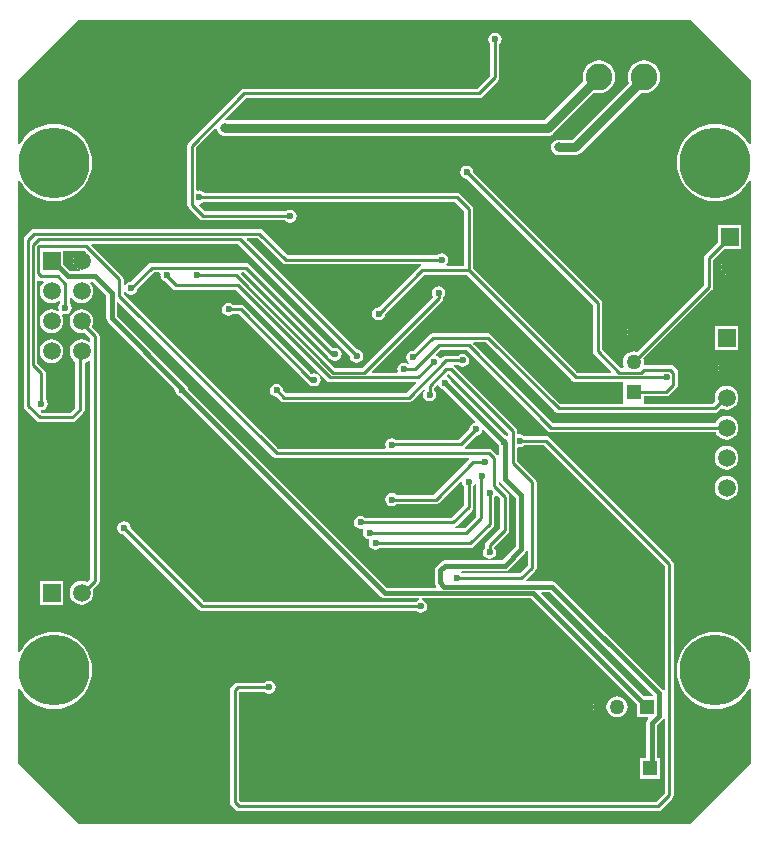
<source format=gbl>
G04 Layer_Physical_Order=2*
G04 Layer_Color=16711680*
%FSLAX25Y25*%
%MOIN*%
G70*
G01*
G75*
%ADD33C,0.01500*%
%ADD34C,0.01000*%
%ADD35C,0.03150*%
%ADD36C,0.04756*%
%ADD37R,0.04756X0.04756*%
%ADD38C,0.08858*%
%ADD39C,0.05905*%
%ADD40R,0.05905X0.05905*%
%ADD41R,0.05905X0.05905*%
%ADD42C,0.04992*%
%ADD43R,0.04992X0.04992*%
%ADD44R,0.04992X0.04992*%
%ADD45C,0.23622*%
%ADD46C,0.02362*%
%ADD47C,0.03150*%
G36*
X248029Y251855D02*
Y230615D01*
X247529Y230474D01*
X246617Y231963D01*
X245307Y233496D01*
X243774Y234806D01*
X242055Y235859D01*
X240192Y236631D01*
X238231Y237102D01*
X236221Y237260D01*
X234210Y237102D01*
X232249Y236631D01*
X230386Y235859D01*
X228667Y234806D01*
X227134Y233496D01*
X225824Y231963D01*
X224770Y230243D01*
X223999Y228380D01*
X223528Y226420D01*
X223370Y224409D01*
X223528Y222399D01*
X223999Y220438D01*
X224770Y218575D01*
X225824Y216856D01*
X227134Y215323D01*
X228667Y214013D01*
X230386Y212959D01*
X232249Y212188D01*
X234210Y211717D01*
X236221Y211559D01*
X238231Y211717D01*
X240192Y212188D01*
X242055Y212959D01*
X243774Y214013D01*
X245307Y215323D01*
X246617Y216856D01*
X247529Y218345D01*
X248029Y218204D01*
Y61324D01*
X247529Y61183D01*
X246617Y62672D01*
X245307Y64205D01*
X243774Y65515D01*
X242055Y66568D01*
X240192Y67340D01*
X238231Y67811D01*
X236221Y67969D01*
X234210Y67811D01*
X232249Y67340D01*
X230386Y66568D01*
X228667Y65515D01*
X227134Y64205D01*
X225824Y62672D01*
X224770Y60952D01*
X223999Y59089D01*
X223528Y57129D01*
X223370Y55118D01*
X223528Y53108D01*
X223999Y51147D01*
X224770Y49284D01*
X225824Y47565D01*
X227134Y46031D01*
X228667Y44722D01*
X230386Y43668D01*
X232249Y42897D01*
X234210Y42426D01*
X236221Y42268D01*
X238231Y42426D01*
X240192Y42897D01*
X242055Y43668D01*
X243774Y44722D01*
X245307Y46031D01*
X246617Y47565D01*
X247529Y49053D01*
X248029Y48912D01*
Y24145D01*
X227855Y3971D01*
X24145D01*
X3971Y24145D01*
Y48861D01*
X4471Y49002D01*
X5352Y47565D01*
X6661Y46031D01*
X8195Y44722D01*
X9914Y43668D01*
X11777Y42897D01*
X13738Y42426D01*
X15748Y42268D01*
X17758Y42426D01*
X19719Y42897D01*
X21582Y43668D01*
X23301Y44722D01*
X24835Y46031D01*
X26144Y47565D01*
X27198Y49284D01*
X27970Y51147D01*
X28440Y53108D01*
X28599Y55118D01*
X28440Y57129D01*
X27970Y59089D01*
X27198Y60952D01*
X26144Y62672D01*
X24835Y64205D01*
X23301Y65515D01*
X21582Y66568D01*
X19719Y67340D01*
X17758Y67811D01*
X15748Y67969D01*
X13738Y67811D01*
X11777Y67340D01*
X9914Y66568D01*
X8195Y65515D01*
X6661Y64205D01*
X5352Y62672D01*
X4471Y61234D01*
X3971Y61375D01*
Y218152D01*
X4471Y218293D01*
X5352Y216856D01*
X6661Y215323D01*
X8195Y214013D01*
X9914Y212959D01*
X11777Y212188D01*
X13738Y211717D01*
X15748Y211559D01*
X17758Y211717D01*
X19719Y212188D01*
X21582Y212959D01*
X23301Y214013D01*
X24835Y215323D01*
X26144Y216856D01*
X27198Y218575D01*
X27970Y220438D01*
X28440Y222399D01*
X28599Y224409D01*
X28440Y226420D01*
X27970Y228380D01*
X27198Y230243D01*
X26144Y231963D01*
X24835Y233496D01*
X23301Y234806D01*
X21582Y235859D01*
X19719Y236631D01*
X17758Y237102D01*
X15748Y237260D01*
X13738Y237102D01*
X11777Y236631D01*
X9914Y235859D01*
X8195Y234806D01*
X6661Y233496D01*
X5352Y231963D01*
X4471Y230526D01*
X3971Y230667D01*
Y251855D01*
X24145Y272029D01*
X227855D01*
X248029Y251855D01*
D02*
G37*
%LPC*%
G36*
X239500Y155500D02*
X237286D01*
X237315Y155280D01*
X237593Y154610D01*
X238034Y154034D01*
X238610Y153593D01*
X239281Y153315D01*
X239500Y153286D01*
Y155500D01*
D02*
G37*
G36*
X242714D02*
X240500D01*
Y153286D01*
X240720Y153315D01*
X241390Y153593D01*
X241966Y154034D01*
X242407Y154610D01*
X242685Y155280D01*
X242714Y155500D01*
D02*
G37*
G36*
X240000Y129987D02*
X238968Y129851D01*
X238007Y129453D01*
X237181Y128819D01*
X236547Y127993D01*
X236149Y127032D01*
X236013Y126000D01*
X236149Y124968D01*
X236547Y124007D01*
X237181Y123181D01*
X238007Y122547D01*
X238968Y122149D01*
X240000Y122013D01*
X241032Y122149D01*
X241993Y122547D01*
X242819Y123181D01*
X243453Y124007D01*
X243851Y124968D01*
X243987Y126000D01*
X243851Y127032D01*
X243453Y127993D01*
X242819Y128819D01*
X241993Y129453D01*
X241032Y129851D01*
X240000Y129987D01*
D02*
G37*
G36*
Y119987D02*
X238968Y119851D01*
X238007Y119453D01*
X237181Y118819D01*
X236547Y117993D01*
X236149Y117032D01*
X236013Y116000D01*
X236149Y114968D01*
X236547Y114007D01*
X237181Y113181D01*
X238007Y112547D01*
X238968Y112149D01*
X240000Y112013D01*
X241032Y112149D01*
X241993Y112547D01*
X242819Y113181D01*
X243453Y114007D01*
X243851Y114968D01*
X243987Y116000D01*
X243851Y117032D01*
X243453Y117993D01*
X242819Y118819D01*
X241993Y119453D01*
X241032Y119851D01*
X240000Y119987D01*
D02*
G37*
G36*
X239500Y158714D02*
X239281Y158685D01*
X238610Y158407D01*
X238034Y157966D01*
X237593Y157390D01*
X237315Y156720D01*
X237286Y156500D01*
X239500D01*
Y158714D01*
D02*
G37*
G36*
X243953Y169953D02*
X236047D01*
Y162047D01*
X243953D01*
Y169953D01*
D02*
G37*
G36*
X208500Y167500D02*
X206755D01*
X206834Y167103D01*
X207342Y166342D01*
X208103Y165834D01*
X208500Y165755D01*
Y167500D01*
D02*
G37*
G36*
X240500Y158714D02*
Y156500D01*
X242714D01*
X242685Y156720D01*
X242407Y157390D01*
X241966Y157966D01*
X241390Y158407D01*
X240720Y158685D01*
X240500Y158714D01*
D02*
G37*
G36*
X15000Y165487D02*
X13968Y165351D01*
X13007Y164953D01*
X12181Y164319D01*
X11547Y163493D01*
X11149Y162532D01*
X11013Y161500D01*
X11149Y160468D01*
X11547Y159507D01*
X12181Y158681D01*
X13007Y158047D01*
X13968Y157649D01*
X15000Y157513D01*
X16032Y157649D01*
X16993Y158047D01*
X17819Y158681D01*
X18453Y159507D01*
X18851Y160468D01*
X18987Y161500D01*
X18851Y162532D01*
X18453Y163493D01*
X17819Y164319D01*
X16993Y164953D01*
X16032Y165351D01*
X15000Y165487D01*
D02*
G37*
G36*
X18953Y84953D02*
X11047D01*
Y77047D01*
X18953D01*
Y84953D01*
D02*
G37*
G36*
X214000Y16687D02*
X213649Y16618D01*
X212928Y16136D01*
X212445Y15414D01*
X212376Y15063D01*
X214000D01*
Y16687D01*
D02*
G37*
G36*
X215000D02*
Y15063D01*
X216624D01*
X216555Y15414D01*
X216073Y16136D01*
X215351Y16618D01*
X215000Y16687D01*
D02*
G37*
G36*
X214000Y14063D02*
X212376D01*
X212445Y13712D01*
X212928Y12991D01*
X213649Y12508D01*
X214000Y12439D01*
Y14063D01*
D02*
G37*
G36*
X216624D02*
X215000D01*
Y12439D01*
X215351Y12508D01*
X216073Y12991D01*
X216555Y13712D01*
X216624Y14063D01*
D02*
G37*
G36*
X203500Y46526D02*
X202587Y46406D01*
X201737Y46054D01*
X201007Y45493D01*
X200446Y44763D01*
X200094Y43913D01*
X199974Y43000D01*
X200094Y42087D01*
X200446Y41237D01*
X201007Y40507D01*
X201737Y39946D01*
X202587Y39594D01*
X203500Y39474D01*
X204413Y39594D01*
X205263Y39946D01*
X205993Y40507D01*
X206554Y41237D01*
X206906Y42087D01*
X207026Y43000D01*
X206906Y43913D01*
X206554Y44763D01*
X205993Y45493D01*
X205263Y46054D01*
X204413Y46406D01*
X203500Y46526D01*
D02*
G37*
G36*
X193000Y45245D02*
X192603Y45166D01*
X191842Y44658D01*
X191334Y43897D01*
X191255Y43500D01*
X193000D01*
Y45245D01*
D02*
G37*
G36*
X194000D02*
Y43500D01*
X195745D01*
X195666Y43897D01*
X195158Y44658D01*
X194397Y45166D01*
X194000Y45245D01*
D02*
G37*
G36*
X193000Y42500D02*
X191255D01*
X191334Y42103D01*
X191842Y41342D01*
X192603Y40834D01*
X193000Y40755D01*
Y42500D01*
D02*
G37*
G36*
X195745D02*
X194000D01*
Y40755D01*
X194397Y40834D01*
X195158Y41342D01*
X195666Y42103D01*
X195745Y42500D01*
D02*
G37*
G36*
X211245Y167500D02*
X209500D01*
Y165755D01*
X209897Y165834D01*
X210658Y166342D01*
X211166Y167103D01*
X211245Y167500D01*
D02*
G37*
G36*
X240500Y192214D02*
X240281Y192185D01*
X239610Y191907D01*
X239034Y191466D01*
X238593Y190890D01*
X238315Y190219D01*
X238286Y190000D01*
X240500D01*
Y192214D01*
D02*
G37*
G36*
X243714Y189000D02*
X241500D01*
Y186786D01*
X241720Y186815D01*
X242390Y187093D01*
X242966Y187534D01*
X243407Y188110D01*
X243685Y188780D01*
X243714Y189000D01*
D02*
G37*
G36*
X240500D02*
X238286D01*
X238315Y188780D01*
X238593Y188110D01*
X239034Y187534D01*
X239610Y187093D01*
X240281Y186815D01*
X240500Y186786D01*
Y189000D01*
D02*
G37*
G36*
X212500Y258476D02*
X211083Y258289D01*
X209762Y257742D01*
X208628Y256872D01*
X207758Y255738D01*
X207211Y254417D01*
X207024Y253000D01*
X207211Y251583D01*
X207416Y251088D01*
X188424Y232097D01*
X184000D01*
X183328Y232009D01*
X182702Y231749D01*
X182164Y231336D01*
X181751Y230799D01*
X181491Y230172D01*
X181403Y229500D01*
X181491Y228828D01*
X181751Y228202D01*
X182164Y227664D01*
X182702Y227251D01*
X183328Y226992D01*
X184000Y226903D01*
X189500D01*
X190172Y226992D01*
X190798Y227251D01*
X191336Y227664D01*
X211348Y247676D01*
X212500Y247524D01*
X213917Y247711D01*
X215238Y248258D01*
X216372Y249128D01*
X217242Y250262D01*
X217789Y251583D01*
X217976Y253000D01*
X217789Y254417D01*
X217242Y255738D01*
X216372Y256872D01*
X215238Y257742D01*
X213917Y258289D01*
X212500Y258476D01*
D02*
G37*
G36*
X162800Y267724D02*
X161949Y267555D01*
X161228Y267073D01*
X160746Y266351D01*
X160576Y265500D01*
X160746Y264649D01*
X161228Y263928D01*
X161271Y263899D01*
Y253433D01*
X156867Y249029D01*
X79200D01*
X78615Y248913D01*
X78119Y248581D01*
X60719Y231181D01*
X60387Y230685D01*
X60271Y230100D01*
Y210400D01*
X60387Y209815D01*
X60719Y209319D01*
X64419Y205619D01*
X64915Y205287D01*
X65500Y205171D01*
X92765D01*
X92927Y204927D01*
X93649Y204446D01*
X94500Y204276D01*
X95351Y204446D01*
X96073Y204927D01*
X96554Y205649D01*
X96724Y206500D01*
X96554Y207351D01*
X96073Y208072D01*
X95351Y208555D01*
X94500Y208724D01*
X93649Y208555D01*
X93162Y208229D01*
X66133D01*
X64172Y210191D01*
X64345Y210725D01*
X64951Y210845D01*
X65672Y211328D01*
X65701Y211371D01*
X149366D01*
X152471Y208266D01*
Y190029D01*
X146808D01*
X146641Y190529D01*
X147055Y191149D01*
X147224Y192000D01*
X147055Y192851D01*
X146572Y193572D01*
X145851Y194054D01*
X145000Y194224D01*
X144149Y194054D01*
X143428Y193572D01*
X143399Y193529D01*
X93634D01*
X85381Y201781D01*
X84885Y202113D01*
X84300Y202229D01*
X9200D01*
X8615Y202113D01*
X8119Y201781D01*
X6119Y199781D01*
X5787Y199285D01*
X5671Y198700D01*
Y143300D01*
X5787Y142715D01*
X6119Y142219D01*
X9919Y138419D01*
X10415Y138087D01*
X11000Y137971D01*
X21900D01*
X22485Y138087D01*
X22981Y138419D01*
X25581Y141019D01*
X25913Y141515D01*
X26029Y142100D01*
Y157649D01*
X26032Y157649D01*
X26993Y158047D01*
X27471Y158413D01*
X27971Y158167D01*
Y85633D01*
X26849Y84512D01*
X26032Y84851D01*
X25000Y84987D01*
X23968Y84851D01*
X23007Y84453D01*
X22181Y83819D01*
X21547Y82993D01*
X21149Y82032D01*
X21013Y81000D01*
X21149Y79968D01*
X21547Y79007D01*
X22181Y78181D01*
X23007Y77547D01*
X23968Y77149D01*
X25000Y77013D01*
X26032Y77149D01*
X26993Y77547D01*
X27819Y78181D01*
X28453Y79007D01*
X28851Y79968D01*
X28987Y81000D01*
X28851Y82032D01*
X28805Y82142D01*
X30581Y83919D01*
X30913Y84415D01*
X31029Y85000D01*
Y166500D01*
X30913Y167085D01*
X30581Y167581D01*
X28512Y169650D01*
X28851Y170468D01*
X28987Y171500D01*
X28851Y172532D01*
X28453Y173493D01*
X27819Y174319D01*
X26993Y174953D01*
X26032Y175351D01*
X25000Y175487D01*
X23968Y175351D01*
X23007Y174953D01*
X22181Y174319D01*
X21547Y173493D01*
X21149Y172532D01*
X21013Y171500D01*
X21149Y170468D01*
X21547Y169507D01*
X22181Y168681D01*
X23007Y168047D01*
X23968Y167649D01*
X25000Y167513D01*
X26032Y167649D01*
X26142Y167695D01*
X27971Y165866D01*
Y164833D01*
X27471Y164587D01*
X26993Y164953D01*
X26032Y165351D01*
X25000Y165487D01*
X23968Y165351D01*
X23007Y164953D01*
X22181Y164319D01*
X21547Y163493D01*
X21149Y162532D01*
X21013Y161500D01*
X21149Y160468D01*
X21547Y159507D01*
X22181Y158681D01*
X22971Y158075D01*
Y142734D01*
X21267Y141029D01*
X11675D01*
X11419Y141352D01*
X11629Y141802D01*
X12351Y141946D01*
X13072Y142428D01*
X13555Y143149D01*
X13724Y144000D01*
X13555Y144851D01*
X13072Y145572D01*
X13029Y145601D01*
Y154300D01*
X12913Y154885D01*
X12581Y155381D01*
X10329Y157633D01*
Y184944D01*
X10829Y185211D01*
X11015Y185087D01*
X11600Y184971D01*
X12208D01*
X12378Y184471D01*
X12181Y184319D01*
X11547Y183493D01*
X11149Y182532D01*
X11013Y181500D01*
X11149Y180468D01*
X11547Y179507D01*
X12181Y178681D01*
X13007Y178047D01*
X13968Y177649D01*
X15000Y177513D01*
X16032Y177649D01*
X16993Y178047D01*
X17471Y178413D01*
X17971Y178167D01*
Y177601D01*
X17928Y177573D01*
X17445Y176851D01*
X17276Y176000D01*
X17425Y175252D01*
X17151Y175002D01*
X17017Y174934D01*
X16993Y174953D01*
X16032Y175351D01*
X15000Y175487D01*
X13968Y175351D01*
X13007Y174953D01*
X12181Y174319D01*
X11547Y173493D01*
X11149Y172532D01*
X11013Y171500D01*
X11149Y170468D01*
X11547Y169507D01*
X12181Y168681D01*
X13007Y168047D01*
X13968Y167649D01*
X15000Y167513D01*
X16032Y167649D01*
X16993Y168047D01*
X17819Y168681D01*
X18453Y169507D01*
X18851Y170468D01*
X18987Y171500D01*
X18851Y172532D01*
X18453Y173493D01*
X18435Y173517D01*
X18502Y173651D01*
X18752Y173925D01*
X19500Y173776D01*
X20351Y173945D01*
X21072Y174427D01*
X21555Y175149D01*
X21724Y176000D01*
X21555Y176851D01*
X21072Y177573D01*
X21029Y177601D01*
Y179450D01*
X21529Y179550D01*
X21547Y179507D01*
X22181Y178681D01*
X23007Y178047D01*
X23968Y177649D01*
X25000Y177513D01*
X26032Y177649D01*
X26993Y178047D01*
X27819Y178681D01*
X28453Y179507D01*
X28851Y180468D01*
X28987Y181500D01*
X28851Y182532D01*
X28453Y183493D01*
X27898Y184216D01*
X28056Y184716D01*
X28761D01*
X33216Y180261D01*
Y172500D01*
X33351Y171817D01*
X33738Y171238D01*
X56309Y148667D01*
X56276Y148500D01*
X56445Y147649D01*
X56928Y146927D01*
X57649Y146446D01*
X58126Y146351D01*
X124810Y79667D01*
X124810Y79667D01*
X125389Y79280D01*
X126072Y79144D01*
X126072Y79144D01*
X137549D01*
X137598Y78644D01*
X137149Y78554D01*
X136427Y78073D01*
X136399Y78029D01*
X65934D01*
X41420Y102543D01*
X41430Y102594D01*
X41261Y103445D01*
X40778Y104166D01*
X40057Y104649D01*
X39206Y104818D01*
X38355Y104649D01*
X37633Y104166D01*
X37151Y103445D01*
X36982Y102594D01*
X37151Y101743D01*
X37633Y101022D01*
X38355Y100539D01*
X39206Y100370D01*
X39257Y100380D01*
X64219Y75419D01*
X64715Y75087D01*
X65300Y74971D01*
X136399D01*
X136427Y74928D01*
X137149Y74445D01*
X138000Y74276D01*
X138851Y74445D01*
X139573Y74928D01*
X140055Y75649D01*
X140224Y76500D01*
X140055Y77351D01*
X139573Y78073D01*
X138851Y78554D01*
X138402Y78644D01*
X138451Y79144D01*
X174833D01*
X210004Y43973D01*
Y39504D01*
X213726D01*
X213918Y39042D01*
X213738Y38863D01*
X213351Y38284D01*
X213216Y37601D01*
Y25815D01*
X211122D01*
Y19059D01*
X217878D01*
Y25815D01*
X216784D01*
Y36862D01*
X218606Y38684D01*
X218606Y38684D01*
X218871Y39079D01*
X219371Y38928D01*
Y14133D01*
X216566Y11329D01*
X78133D01*
X77529Y11934D01*
Y47866D01*
X77634Y47971D01*
X85899D01*
X85927Y47927D01*
X86649Y47445D01*
X87500Y47276D01*
X88351Y47445D01*
X89073Y47927D01*
X89555Y48649D01*
X89724Y49500D01*
X89555Y50351D01*
X89073Y51073D01*
X88351Y51555D01*
X87500Y51724D01*
X86649Y51555D01*
X85927Y51073D01*
X85899Y51029D01*
X77000D01*
X76415Y50913D01*
X75919Y50581D01*
X74919Y49581D01*
X74587Y49085D01*
X74471Y48500D01*
Y11300D01*
X74587Y10715D01*
X74919Y10219D01*
X76419Y8719D01*
X76915Y8387D01*
X77500Y8271D01*
X217200D01*
X217785Y8387D01*
X218281Y8719D01*
X221981Y12419D01*
X222313Y12915D01*
X222429Y13500D01*
Y90600D01*
X222313Y91185D01*
X221981Y91681D01*
X180881Y132781D01*
X180385Y133113D01*
X179800Y133229D01*
X172601D01*
X172573Y133273D01*
X171851Y133755D01*
X171000Y133924D01*
X170616Y133847D01*
X170229Y134165D01*
Y134800D01*
X170113Y135385D01*
X169781Y135881D01*
X149192Y156471D01*
X149329Y156908D01*
X149377Y156971D01*
X150399D01*
X150427Y156928D01*
X151149Y156446D01*
X152000Y156276D01*
X152851Y156446D01*
X153572Y156928D01*
X154054Y157649D01*
X154224Y158500D01*
X154054Y159351D01*
X153572Y160073D01*
X152851Y160555D01*
X152000Y160724D01*
X151149Y160555D01*
X150427Y160073D01*
X150399Y160029D01*
X146500D01*
X145915Y159913D01*
X145419Y159581D01*
X144968Y159131D01*
X144325Y159195D01*
X144072Y159573D01*
X143395Y160025D01*
X143315Y160148D01*
X143198Y160535D01*
X144633Y161971D01*
X153366D01*
X180419Y134919D01*
X180915Y134587D01*
X181500Y134471D01*
X236355D01*
X236547Y134007D01*
X237181Y133181D01*
X238007Y132547D01*
X238968Y132149D01*
X240000Y132013D01*
X241032Y132149D01*
X241993Y132547D01*
X242819Y133181D01*
X243453Y134007D01*
X243851Y134968D01*
X243987Y136000D01*
X243851Y137032D01*
X243453Y137993D01*
X242819Y138819D01*
X241993Y139453D01*
X241032Y139851D01*
X240000Y139987D01*
X238968Y139851D01*
X238007Y139453D01*
X237181Y138819D01*
X236547Y137993D01*
X236355Y137529D01*
X182133D01*
X155654Y164009D01*
X155846Y164471D01*
X159866D01*
X182919Y141419D01*
X183415Y141087D01*
X184000Y140971D01*
X236000D01*
X236585Y141087D01*
X237081Y141419D01*
X238151Y142488D01*
X238968Y142149D01*
X240000Y142013D01*
X241032Y142149D01*
X241993Y142547D01*
X242819Y143181D01*
X243453Y144007D01*
X243851Y144968D01*
X243987Y146000D01*
X243851Y147032D01*
X243453Y147993D01*
X242819Y148819D01*
X241993Y149453D01*
X241032Y149851D01*
X240000Y149987D01*
X238968Y149851D01*
X238007Y149453D01*
X237181Y148819D01*
X236547Y147993D01*
X236149Y147032D01*
X236013Y146000D01*
X236149Y144968D01*
X236195Y144858D01*
X235367Y144029D01*
X212558D01*
X212496Y144504D01*
X212496D01*
Y146471D01*
X219900D01*
X220485Y146587D01*
X220981Y146919D01*
X223381Y149319D01*
X223713Y149815D01*
X223829Y150400D01*
Y154400D01*
X223713Y154985D01*
X223381Y155481D01*
X222381Y156481D01*
X221885Y156813D01*
X221300Y156929D01*
X212868D01*
X212839Y156939D01*
X212473Y157332D01*
X212448Y157409D01*
X212526Y158000D01*
X212406Y158913D01*
X212309Y159146D01*
X235081Y181919D01*
X235413Y182415D01*
X235529Y183000D01*
Y191867D01*
X239210Y195547D01*
X244953D01*
Y203453D01*
X237047D01*
Y197710D01*
X232919Y193581D01*
X232587Y193085D01*
X232471Y192500D01*
Y183633D01*
X210146Y161309D01*
X209913Y161406D01*
X209000Y161526D01*
X208087Y161406D01*
X207237Y161054D01*
X206507Y160493D01*
X205946Y159763D01*
X205594Y158913D01*
X205474Y158000D01*
X205594Y157087D01*
X205864Y156435D01*
X205595Y155935D01*
X204728D01*
X198529Y162134D01*
Y177600D01*
X198413Y178185D01*
X198081Y178681D01*
X155614Y221149D01*
X155624Y221200D01*
X155455Y222051D01*
X154973Y222773D01*
X154251Y223255D01*
X153400Y223424D01*
X152549Y223255D01*
X151828Y222773D01*
X151346Y222051D01*
X151176Y221200D01*
X151346Y220349D01*
X151828Y219627D01*
X152549Y219145D01*
X153400Y218976D01*
X153451Y218986D01*
X195471Y176967D01*
Y161500D01*
X195587Y160915D01*
X195919Y160419D01*
X201539Y154798D01*
X201348Y154336D01*
X190327D01*
X155529Y189134D01*
Y208900D01*
X155413Y209485D01*
X155081Y209981D01*
X151081Y213981D01*
X150585Y214313D01*
X150000Y214429D01*
X65701D01*
X65672Y214473D01*
X64951Y214955D01*
X64100Y215124D01*
X63716Y215047D01*
X63329Y215365D01*
Y229467D01*
X69618Y235755D01*
X70146Y235576D01*
X70192Y235228D01*
X70451Y234601D01*
X70864Y234064D01*
X71402Y233651D01*
X72028Y233391D01*
X72700Y233303D01*
X180400D01*
X181072Y233391D01*
X181699Y233651D01*
X182236Y234064D01*
X195942Y247769D01*
X196083Y247711D01*
X197500Y247524D01*
X198917Y247711D01*
X200238Y248258D01*
X201372Y249128D01*
X202242Y250262D01*
X202789Y251583D01*
X202976Y253000D01*
X202789Y254417D01*
X202242Y255738D01*
X201372Y256872D01*
X200238Y257742D01*
X198917Y258289D01*
X197500Y258476D01*
X196083Y258289D01*
X194762Y257742D01*
X193628Y256872D01*
X192758Y255738D01*
X192211Y254417D01*
X192024Y253000D01*
X192211Y251583D01*
X192269Y251442D01*
X179324Y238497D01*
X73067D01*
X72860Y238997D01*
X79834Y245971D01*
X157500D01*
X158085Y246087D01*
X158581Y246419D01*
X163881Y251719D01*
X164213Y252215D01*
X164329Y252800D01*
Y263899D01*
X164373Y263928D01*
X164855Y264649D01*
X165024Y265500D01*
X164855Y266351D01*
X164373Y267073D01*
X163651Y267555D01*
X162800Y267724D01*
D02*
G37*
G36*
X241500Y192214D02*
Y190000D01*
X243714D01*
X243685Y190219D01*
X243407Y190890D01*
X242966Y191466D01*
X242390Y191907D01*
X241720Y192185D01*
X241500Y192214D01*
D02*
G37*
G36*
X209500Y170245D02*
Y168500D01*
X211245D01*
X211166Y168897D01*
X210658Y169658D01*
X209897Y170166D01*
X209500Y170245D01*
D02*
G37*
G36*
X208500D02*
X208103Y170166D01*
X207342Y169658D01*
X206834Y168897D01*
X206755Y168500D01*
X208500D01*
Y170245D01*
D02*
G37*
%LPD*%
G36*
X173671Y94879D02*
Y90024D01*
X171176Y87529D01*
X151803D01*
X151642Y87716D01*
X151871Y88216D01*
X156000D01*
X156035Y88223D01*
X156070Y88216D01*
X166000D01*
X166683Y88352D01*
X167262Y88738D01*
X172762Y94238D01*
X172762Y94238D01*
X173149Y94817D01*
X173171Y94928D01*
X173671Y94879D01*
D02*
G37*
G36*
X88919Y126419D02*
X89415Y126087D01*
X90000Y125971D01*
X154123D01*
X154171Y125908D01*
X154308Y125471D01*
X142446Y113609D01*
X130081D01*
X130052Y113652D01*
X129331Y114134D01*
X128480Y114303D01*
X127629Y114134D01*
X126907Y113652D01*
X126425Y112931D01*
X126256Y112080D01*
X126425Y111229D01*
X126907Y110507D01*
X127629Y110025D01*
X128480Y109856D01*
X129331Y110025D01*
X130052Y110507D01*
X130081Y110550D01*
X143080D01*
X143665Y110667D01*
X144161Y110998D01*
X151340Y118178D01*
X151792Y117922D01*
X151945Y117149D01*
X152427Y116428D01*
X152471Y116399D01*
Y110134D01*
X148366Y106029D01*
X119601D01*
X119572Y106072D01*
X118851Y106554D01*
X118000Y106724D01*
X117149Y106554D01*
X116428Y106072D01*
X115945Y105351D01*
X115776Y104500D01*
X115945Y103649D01*
X116428Y102927D01*
X117149Y102445D01*
X118000Y102276D01*
X118725Y102420D01*
X119019Y102090D01*
X119055Y102015D01*
X118946Y101851D01*
X118776Y101000D01*
X118946Y100149D01*
X119428Y99427D01*
X120149Y98945D01*
X120672Y98841D01*
X120944Y98354D01*
X120939Y98317D01*
X120776Y97500D01*
X120946Y96649D01*
X121428Y95928D01*
X122149Y95446D01*
X123000Y95276D01*
X123851Y95446D01*
X124573Y95928D01*
X124601Y95971D01*
X154500D01*
X155085Y96087D01*
X155581Y96419D01*
X162081Y102919D01*
X162413Y103415D01*
X162529Y104000D01*
Y112599D01*
X162573Y112627D01*
X162985Y113245D01*
X163536Y113401D01*
X164471Y112467D01*
Y102634D01*
X159919Y98081D01*
X159587Y97585D01*
X159471Y97000D01*
Y96101D01*
X159427Y96073D01*
X158946Y95351D01*
X158776Y94500D01*
X158946Y93649D01*
X159427Y92927D01*
X160149Y92445D01*
X161000Y92276D01*
X161851Y92445D01*
X162573Y92927D01*
X163055Y93649D01*
X163224Y94500D01*
X163055Y95351D01*
X162573Y96073D01*
X162701Y96538D01*
X167081Y100919D01*
X167413Y101415D01*
X167529Y102000D01*
Y113100D01*
X167413Y113685D01*
X167081Y114181D01*
X164073Y117190D01*
Y117833D01*
X164573Y117985D01*
X164738Y117738D01*
X169716Y112761D01*
Y96239D01*
X165261Y91784D01*
X156070D01*
X156035Y91777D01*
X156000Y91784D01*
X146000D01*
X145317Y91649D01*
X144738Y91262D01*
X143238Y89762D01*
X142851Y89183D01*
X142716Y88500D01*
Y84500D01*
X142851Y83817D01*
X143238Y83238D01*
X143302Y83174D01*
X143111Y82713D01*
X126811D01*
X60650Y148874D01*
X60554Y149351D01*
X60072Y150073D01*
X59706Y150317D01*
X36784Y173239D01*
Y177900D01*
X37246Y178091D01*
X88919Y126419D01*
D02*
G37*
G36*
X156571Y117181D02*
Y106433D01*
X152666Y102529D01*
X149460D01*
X149411Y103029D01*
X149557Y103058D01*
X150053Y103390D01*
X155081Y108419D01*
X155413Y108915D01*
X155529Y109500D01*
Y116399D01*
X155572Y116428D01*
X156054Y117149D01*
X156071Y117230D01*
X156571Y117181D01*
D02*
G37*
G36*
X51346Y187353D02*
X51276Y187000D01*
X51446Y186149D01*
X51928Y185427D01*
X52649Y184945D01*
X52952Y184885D01*
X55419Y182419D01*
X55915Y182087D01*
X56500Y181971D01*
X76367D01*
X104346Y153991D01*
X104027Y153603D01*
X103351Y154054D01*
X102500Y154224D01*
X101649Y154054D01*
X101625Y154038D01*
X79081Y176581D01*
X78585Y176913D01*
X78000Y177029D01*
X75601D01*
X75573Y177073D01*
X74851Y177555D01*
X74000Y177724D01*
X73149Y177555D01*
X72427Y177073D01*
X71946Y176351D01*
X71776Y175500D01*
X71946Y174649D01*
X72427Y173927D01*
X73149Y173445D01*
X74000Y173276D01*
X74851Y173445D01*
X75573Y173927D01*
X75601Y173971D01*
X77367D01*
X100419Y150919D01*
X100745Y150700D01*
X100927Y150427D01*
X101649Y149945D01*
X102500Y149776D01*
X103351Y149945D01*
X104072Y150427D01*
X104554Y151149D01*
X104724Y152000D01*
X104554Y152851D01*
X104103Y153527D01*
X104491Y153846D01*
X106599Y151738D01*
X107095Y151406D01*
X107681Y151290D01*
X136474D01*
X136665Y150828D01*
X133367Y147529D01*
X93133D01*
X92214Y148449D01*
X92224Y148500D01*
X92054Y149351D01*
X91572Y150073D01*
X90851Y150555D01*
X90000Y150724D01*
X89149Y150555D01*
X88428Y150073D01*
X87945Y149351D01*
X87776Y148500D01*
X87945Y147649D01*
X88428Y146927D01*
X89149Y146446D01*
X90000Y146276D01*
X90051Y146286D01*
X91419Y144919D01*
X91915Y144587D01*
X92500Y144471D01*
X134000D01*
X134585Y144587D01*
X135081Y144919D01*
X139009Y148846D01*
X139010Y148845D01*
X139397Y148527D01*
X138945Y147851D01*
X138776Y147000D01*
X138945Y146149D01*
X139427Y145428D01*
X140149Y144946D01*
X141000Y144776D01*
X141851Y144946D01*
X142572Y145428D01*
X143054Y146149D01*
X143224Y147000D01*
X143054Y147851D01*
X142572Y148573D01*
X142529Y148601D01*
Y149366D01*
X143465Y150302D01*
X143852Y150185D01*
X143975Y150105D01*
X144428Y149427D01*
X145149Y148945D01*
X145626Y148851D01*
X156286Y138191D01*
X156121Y137648D01*
X155649Y137555D01*
X154928Y137073D01*
X154446Y136351D01*
X154276Y135500D01*
X154286Y135449D01*
X150866Y132029D01*
X129838D01*
X129351Y132354D01*
X128500Y132524D01*
X127649Y132354D01*
X126927Y131872D01*
X126445Y131151D01*
X126276Y130300D01*
X126429Y129529D01*
X126187Y129029D01*
X90633D01*
X39029Y180633D01*
Y181373D01*
X39529Y181523D01*
X39928Y180928D01*
X40649Y180446D01*
X41500Y180276D01*
X42351Y180446D01*
X43073Y180928D01*
X43555Y181649D01*
X43724Y182500D01*
X43714Y182551D01*
X49016Y187853D01*
X50936D01*
X51346Y187353D01*
D02*
G37*
G36*
X26388Y194449D02*
X26105Y194026D01*
X25719Y194185D01*
X25500Y194214D01*
Y191500D01*
X25000D01*
Y191000D01*
X22286D01*
X22315Y190780D01*
X22593Y190110D01*
X23034Y189534D01*
X23610Y189093D01*
X24281Y188815D01*
X24514Y188784D01*
X24481Y188284D01*
X21239D01*
X18953Y190571D01*
Y194971D01*
X25866D01*
X26388Y194449D01*
D02*
G37*
G36*
X91919Y190919D02*
X92415Y190587D01*
X93000Y190471D01*
X138155D01*
X138205Y189971D01*
X137915Y189913D01*
X137419Y189581D01*
X124051Y176214D01*
X124000Y176224D01*
X123149Y176055D01*
X122427Y175573D01*
X121946Y174851D01*
X121776Y174000D01*
X121946Y173149D01*
X122427Y172427D01*
X123149Y171946D01*
X124000Y171776D01*
X124851Y171946D01*
X125573Y172427D01*
X126055Y173149D01*
X126224Y174000D01*
X126214Y174051D01*
X139134Y186971D01*
X153366D01*
X188612Y151725D01*
X189108Y151394D01*
X189693Y151277D01*
X205504D01*
Y144504D01*
X205504D01*
X205443Y144029D01*
X184634D01*
X161581Y167081D01*
X161085Y167413D01*
X160500Y167529D01*
X142000D01*
X141415Y167413D01*
X140919Y167081D01*
X135551Y161714D01*
X135500Y161724D01*
X134649Y161555D01*
X133928Y161073D01*
X133446Y160351D01*
X133276Y159500D01*
X133446Y158649D01*
X133928Y157928D01*
X134168Y157767D01*
X134072Y157230D01*
X133899Y157189D01*
X133351Y157554D01*
X132500Y157724D01*
X131649Y157554D01*
X130928Y157072D01*
X130446Y156351D01*
X130276Y155500D01*
X130406Y154849D01*
X130090Y154349D01*
X121921D01*
X121729Y154811D01*
X145081Y178163D01*
X145413Y178659D01*
X145529Y179244D01*
Y179399D01*
X145572Y179428D01*
X146054Y180149D01*
X146224Y181000D01*
X146054Y181851D01*
X145572Y182572D01*
X144851Y183054D01*
X144000Y183224D01*
X143149Y183054D01*
X142428Y182572D01*
X141946Y181851D01*
X141776Y181000D01*
X141946Y180149D01*
X142264Y179672D01*
X118540Y155947D01*
X109616D01*
X78172Y187391D01*
X78363Y187853D01*
X79084D01*
X107519Y159419D01*
X107665Y159321D01*
X107928Y158928D01*
X108649Y158446D01*
X109500Y158276D01*
X110351Y158446D01*
X111073Y158928D01*
X111555Y159649D01*
X111724Y160500D01*
X111555Y161351D01*
X111073Y162073D01*
X110351Y162555D01*
X109500Y162724D01*
X108698Y162564D01*
X80799Y190464D01*
X80303Y190795D01*
X79718Y190912D01*
X48382D01*
X47797Y190795D01*
X47301Y190464D01*
X41551Y184714D01*
X41500Y184724D01*
X40649Y184555D01*
X39928Y184072D01*
X39529Y183477D01*
X39029Y183627D01*
Y185500D01*
X38913Y186085D01*
X38581Y186581D01*
X28254Y196909D01*
X28446Y197371D01*
X77084D01*
X114506Y159948D01*
X114496Y159898D01*
X114665Y159047D01*
X115147Y158325D01*
X115869Y157843D01*
X116720Y157674D01*
X117571Y157843D01*
X118292Y158325D01*
X118774Y159047D01*
X118943Y159898D01*
X118774Y160749D01*
X118292Y161470D01*
X117571Y161952D01*
X116720Y162121D01*
X116669Y162111D01*
X80071Y198709D01*
X80263Y199171D01*
X83666D01*
X91919Y190919D01*
D02*
G37*
G36*
X215481Y46996D02*
X215368Y46496D01*
X212527D01*
X178243Y80780D01*
X178434Y81242D01*
X181234D01*
X215481Y46996D01*
D02*
G37*
G36*
X219371Y89966D02*
Y48673D01*
X218871Y48521D01*
X218606Y48917D01*
X183235Y84288D01*
X182656Y84675D01*
X181973Y84811D01*
X173437D01*
X173245Y85273D01*
X176281Y88309D01*
X176613Y88805D01*
X176729Y89390D01*
Y117800D01*
X176613Y118385D01*
X176281Y118881D01*
X170229Y124934D01*
Y129235D01*
X170616Y129553D01*
X171000Y129476D01*
X171851Y129646D01*
X172573Y130128D01*
X172601Y130171D01*
X179166D01*
X219371Y89966D01*
D02*
G37*
G36*
X163733Y130744D02*
X163794Y130436D01*
X164216Y129805D01*
Y126934D01*
X163716Y126782D01*
X163625Y126917D01*
X161961Y128581D01*
X161465Y128913D01*
X160880Y129029D01*
X152877D01*
X152829Y129092D01*
X152692Y129529D01*
X156449Y133286D01*
X156500Y133276D01*
X157351Y133446D01*
X158072Y133928D01*
X158554Y134649D01*
X158649Y135121D01*
X159191Y135286D01*
X163733Y130744D01*
D02*
G37*
G36*
X167171Y134167D02*
Y133602D01*
X166758Y133346D01*
X166671Y133347D01*
X166053Y133470D01*
X148150Y151374D01*
X148055Y151851D01*
X147573Y152573D01*
X146895Y153025D01*
X146815Y153148D01*
X146698Y153535D01*
X147134Y153971D01*
X147366D01*
X167171Y134167D01*
D02*
G37*
%LPC*%
G36*
X141000Y123850D02*
Y123500D01*
X141350D01*
X141210Y123710D01*
X141000Y123850D01*
D02*
G37*
G36*
X140000D02*
X139790Y123710D01*
X139650Y123500D01*
X140000D01*
Y123850D01*
D02*
G37*
G36*
X141350Y122500D02*
X141000D01*
Y122150D01*
X141210Y122290D01*
X141350Y122500D01*
D02*
G37*
G36*
X140000D02*
X139650D01*
X139790Y122290D01*
X140000Y122150D01*
Y122500D01*
D02*
G37*
G36*
X24500Y194214D02*
X24281Y194185D01*
X23610Y193907D01*
X23034Y193466D01*
X22593Y192890D01*
X22315Y192219D01*
X22286Y192000D01*
X24500D01*
Y194214D01*
D02*
G37*
G36*
X40000Y191850D02*
Y191500D01*
X40350D01*
X40210Y191710D01*
X40000Y191850D01*
D02*
G37*
G36*
X39000D02*
X38790Y191710D01*
X38650Y191500D01*
X39000D01*
Y191850D01*
D02*
G37*
G36*
X107000Y184850D02*
X106790Y184710D01*
X106650Y184500D01*
X107000D01*
Y184850D01*
D02*
G37*
G36*
X108000D02*
Y184500D01*
X108350D01*
X108210Y184710D01*
X108000Y184850D01*
D02*
G37*
G36*
X108350Y183500D02*
X108000D01*
Y183150D01*
X108210Y183290D01*
X108350Y183500D01*
D02*
G37*
G36*
X40350Y190500D02*
X40000D01*
Y190150D01*
X40210Y190290D01*
X40350Y190500D01*
D02*
G37*
G36*
X39000D02*
X38650D01*
X38790Y190290D01*
X39000Y190150D01*
Y190500D01*
D02*
G37*
G36*
X107000Y183500D02*
X106650D01*
X106790Y183290D01*
X107000Y183150D01*
Y183500D01*
D02*
G37*
%LPD*%
D33*
X13000Y191000D02*
Y191500D01*
X15000D02*
X15500D01*
X14500D02*
X15000D01*
X215000Y22437D02*
Y37601D01*
X146000Y151000D02*
X165713Y131287D01*
X165849D01*
X171500Y95500D02*
Y113500D01*
X166000Y90000D02*
X171500Y95500D01*
X156070Y90000D02*
X166000D01*
Y119000D02*
X171500Y113500D01*
X145973Y83027D02*
X181973D01*
X144500Y84500D02*
X145973Y83027D01*
X144500Y84500D02*
Y88500D01*
X181973Y83027D02*
X217344Y47655D01*
X144500Y88500D02*
X146000Y90000D01*
X156000D01*
X126072Y80928D02*
X175572D01*
X58500Y148500D02*
X126072Y80928D01*
X35000Y172500D02*
Y181000D01*
X29500Y186500D02*
X35000Y181000D01*
X20500Y186500D02*
X29500D01*
X35000Y172500D02*
X58500Y149000D01*
Y148500D02*
Y149000D01*
X146000Y151000D02*
Y151100D01*
X166000Y119000D02*
Y131100D01*
X217344Y39945D02*
Y47655D01*
X215000Y37601D02*
X217344Y39945D01*
X214500Y22437D02*
X215000D01*
X175572Y80928D02*
X213500Y43000D01*
X15500Y191500D02*
X20500Y186500D01*
D34*
X26500Y196500D02*
X37500Y185500D01*
X10661Y196500D02*
X26500D01*
X10400Y196239D02*
X10661Y196500D01*
X10400Y187700D02*
Y196239D01*
X204095Y154405D02*
X211605D01*
X197000Y161500D02*
X204095Y154405D01*
X197000Y161500D02*
Y177600D01*
X153400Y221200D02*
X197000Y177600D01*
X24500Y142100D02*
Y161500D01*
Y171500D02*
X29500Y166500D01*
X19500Y176000D02*
Y184000D01*
X17000Y186500D02*
X19500Y184000D01*
X11600Y186500D02*
X17000D01*
X23000Y171000D02*
X24500D01*
X238500Y145000D02*
X240000D01*
X236000Y142500D02*
X238500Y145000D01*
X184000Y142500D02*
X236000D01*
X160500Y166000D02*
X184000Y142500D01*
X181500Y136000D02*
X240000D01*
X234000Y192500D02*
X241000Y199500D01*
X234000Y183000D02*
Y192500D01*
X209000Y158000D02*
X234000Y183000D01*
X90000Y127500D02*
X160880D01*
X37500Y180000D02*
X90000Y127500D01*
X37500Y180000D02*
Y185500D01*
X93000Y192000D02*
X145000D01*
X84300Y200700D02*
X93000Y192000D01*
X9200Y200700D02*
X84300D01*
X150000Y86000D02*
X171410D01*
X171610Y85800D01*
X65300Y76500D02*
X138000D01*
X39206Y102594D02*
X65300Y76500D01*
X123000Y97500D02*
X154500D01*
X161000Y104000D02*
Y114200D01*
X154500Y97500D02*
X161000Y104000D01*
X154000Y109500D02*
Y118000D01*
X148971Y104471D02*
X154000Y109500D01*
X148943Y104500D02*
X148971Y104471D01*
X78000Y175500D02*
X101500Y152000D01*
X74000Y175500D02*
X78000D01*
X101500Y152000D02*
X102500D01*
X65500Y206700D02*
X94600D01*
X135500Y159500D02*
X142000Y166000D01*
X135500Y159500D02*
X135560Y159920D01*
X142000Y166000D02*
X160500D01*
X144000Y163500D02*
X154000D01*
X136000Y155500D02*
X144000Y163500D01*
X132500Y155500D02*
X136000D01*
X137319Y152819D02*
X142500Y158000D01*
X107681Y152819D02*
X137319D01*
X146500Y158500D02*
X152000D01*
X134000Y146000D02*
X146500Y158500D01*
X92500Y146000D02*
X134000D01*
X146500Y155500D02*
X148000D01*
X141000Y150000D02*
X146500Y155500D01*
X141000Y147000D02*
Y150000D01*
X168700Y124300D02*
Y134800D01*
X148000Y155500D02*
X168700Y134800D01*
X119174Y154418D02*
X144000Y179244D01*
Y181000D01*
X154000Y189000D02*
Y208900D01*
Y188500D02*
Y189000D01*
X189693Y152807D02*
X220000D01*
X154000Y188500D02*
X189693Y152807D01*
X138500Y188500D02*
X153500D01*
X124000Y174000D02*
X138500Y188500D01*
X108600Y160500D02*
X109500D01*
X79718Y189382D02*
X108600Y160500D01*
X154000Y163500D02*
X181500Y136000D01*
X128500Y130300D02*
X128700Y130500D01*
X151500D02*
X156500Y135500D01*
X128700Y130500D02*
X151500D01*
X160880Y127500D02*
X162544Y125836D01*
X166000Y102000D02*
Y113100D01*
X161000Y97000D02*
X166000Y102000D01*
X161000Y94500D02*
Y97000D01*
X162544Y116556D02*
X166000Y113100D01*
X76000Y48500D02*
X77000Y49500D01*
X76000Y11300D02*
Y48500D01*
Y11300D02*
X77500Y9800D01*
X77000Y49500D02*
X87500D01*
X143080Y112080D02*
X155500Y124500D01*
X128480Y112080D02*
X143080D01*
X155500Y124500D02*
X159500D01*
X158100Y105800D02*
Y119600D01*
X158500Y120000D01*
X48382Y189382D02*
X79718D01*
X11000Y139500D02*
X21900D01*
X7200Y143300D02*
X11000Y139500D01*
X7200Y143300D02*
Y198700D01*
X21900Y139500D02*
X24500Y142100D01*
X11500Y144000D02*
Y154300D01*
X8800Y157000D02*
X11500Y154300D01*
X220900Y13500D02*
Y90600D01*
X179800Y131700D02*
X220900Y90600D01*
X171000Y131700D02*
X179800D01*
X94500Y206500D02*
Y206600D01*
X94600Y206700D01*
X153500Y188500D02*
X154000Y189000D01*
X90000Y148500D02*
X92500Y146000D01*
X108982Y154418D02*
X119174D01*
X76400Y187000D02*
X108982Y154418D01*
X29500Y85000D02*
Y166500D01*
X25500Y81000D02*
X29500Y85000D01*
X61800Y210400D02*
X65500Y206700D01*
X61800Y210400D02*
Y230100D01*
X79200Y247500D01*
X157500D01*
X162800Y252800D01*
Y265500D01*
X7200Y198700D02*
X9200Y200700D01*
X77717Y198900D02*
X116720Y159898D01*
X10800Y198900D02*
X77717D01*
X8800Y196900D02*
X10800Y198900D01*
X8800Y157000D02*
Y196900D01*
X10400Y187700D02*
X11600Y186500D01*
X162544Y116556D02*
Y125836D01*
X150000Y212900D02*
X154000Y208900D01*
X77500Y9800D02*
X217200D01*
X220900Y13500D01*
X168700Y124300D02*
X175200Y117800D01*
Y89390D02*
Y117800D01*
X171610Y85800D02*
X175200Y89390D01*
X211605Y154405D02*
X212600Y155400D01*
X221300D01*
X222300Y154400D01*
Y150400D02*
Y154400D01*
X219900Y148000D02*
X222300Y150400D01*
X209000Y148000D02*
X219900D01*
X64100Y212900D02*
X150000D01*
X77000Y183500D02*
X107681Y152819D01*
X41500Y182500D02*
X48382Y189382D01*
X63500Y187000D02*
X76400D01*
X53500Y186500D02*
Y187000D01*
Y186500D02*
X56500Y183500D01*
X77000D01*
X118000Y104500D02*
X148943D01*
X121000Y101000D02*
X153300D01*
X158100Y105800D01*
D35*
X212500Y252500D02*
Y253000D01*
X189500Y229500D02*
X212500Y252500D01*
X184000Y229500D02*
X189500D01*
X72700Y235900D02*
X180400D01*
X197500Y253000D01*
D36*
X214500Y14563D02*
D03*
D37*
Y22437D02*
D03*
D38*
X212500Y253000D02*
D03*
X197500D02*
D03*
D39*
X25000Y81000D02*
D03*
X240000Y116000D02*
D03*
Y126000D02*
D03*
Y136000D02*
D03*
Y146000D02*
D03*
Y156000D02*
D03*
X25000Y191500D02*
D03*
X15000Y181500D02*
D03*
X25000D02*
D03*
X15000Y171500D02*
D03*
X25000D02*
D03*
X15000Y161500D02*
D03*
X25000D02*
D03*
X241000Y189500D02*
D03*
D40*
X15000Y81000D02*
D03*
D41*
X240000Y166000D02*
D03*
X15000Y191500D02*
D03*
X241000Y199500D02*
D03*
D42*
X209000Y168000D02*
D03*
Y158000D02*
D03*
X203500Y43000D02*
D03*
X193500D02*
D03*
D43*
X209000Y148000D02*
D03*
D44*
X213500Y43000D02*
D03*
D45*
X15748Y55118D02*
D03*
Y224409D02*
D03*
X236221D02*
D03*
Y55118D02*
D03*
D46*
X107500Y184000D02*
D03*
X39500Y191000D02*
D03*
X140500Y123000D02*
D03*
X150000Y86000D02*
D03*
X138000Y76500D02*
D03*
X58500Y148500D02*
D03*
X102500Y152000D02*
D03*
X135500Y159500D02*
D03*
X142500Y158000D02*
D03*
X141000Y147000D02*
D03*
X146000Y151000D02*
D03*
X132500Y155500D02*
D03*
X152000Y158500D02*
D03*
X144000Y181000D02*
D03*
X145000Y192000D02*
D03*
X124000Y174000D02*
D03*
X109500Y160500D02*
D03*
X156500Y135500D02*
D03*
X161000Y94500D02*
D03*
X87500Y49500D02*
D03*
X154000Y118000D02*
D03*
X158500Y120000D02*
D03*
X159500Y124500D02*
D03*
X74000Y175500D02*
D03*
X11500Y144000D02*
D03*
X94500Y206500D02*
D03*
X90000Y148500D02*
D03*
X162800Y265500D02*
D03*
X116720Y159898D02*
D03*
X165849Y131287D02*
D03*
X128500Y130300D02*
D03*
X161000Y114200D02*
D03*
X128480Y112080D02*
D03*
X64100Y212900D02*
D03*
X220000Y152807D02*
D03*
X171000Y131700D02*
D03*
X39206Y102594D02*
D03*
X153400Y221200D02*
D03*
X19500Y176000D02*
D03*
X53500Y187000D02*
D03*
X41500Y182500D02*
D03*
X63500Y187000D02*
D03*
X118000Y104500D02*
D03*
X123000Y97500D02*
D03*
X121000Y101000D02*
D03*
D47*
X184000Y229500D02*
D03*
X72700Y235900D02*
D03*
M02*

</source>
